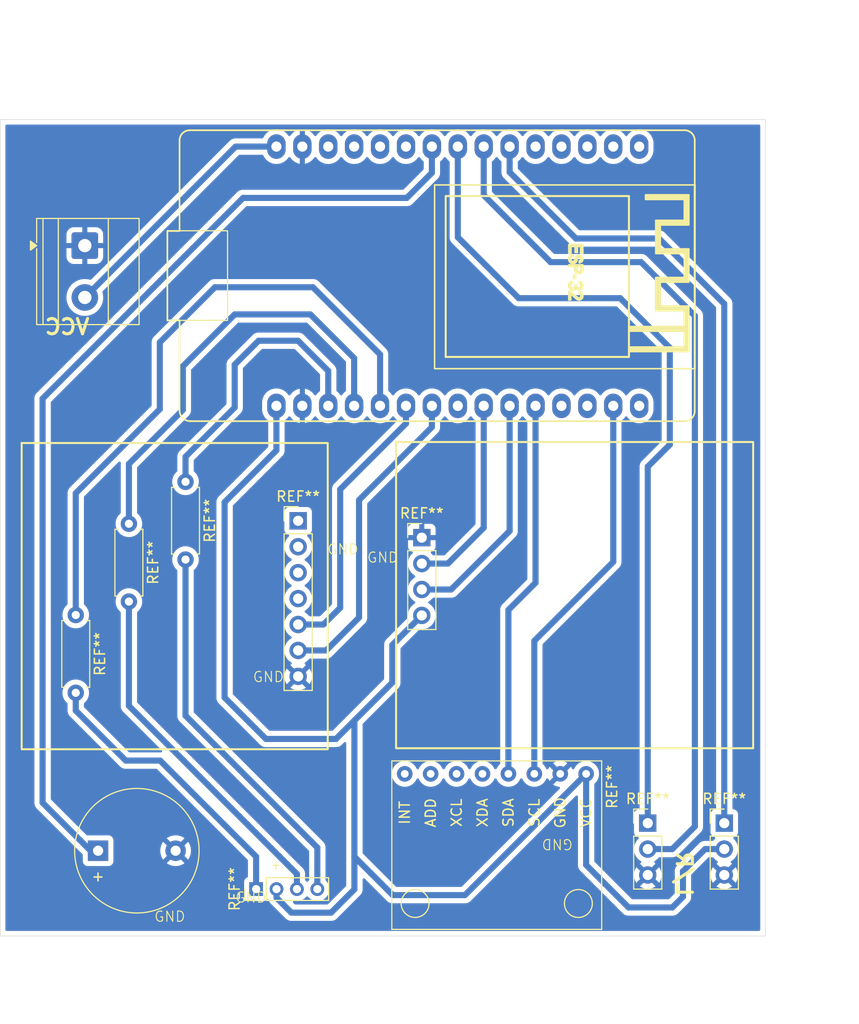
<source format=kicad_pcb>
(kicad_pcb (version 20241229) (generator "pcbnew") (generator_version "9.0")
  (layers (0 "F.Cu" signal) (2 "B.Cu" signal) (13 "F.Paste" user) (15 "B.Paste" user) (5 "F.SilkS" user "F.Silkscreen") (7 "B.SilkS" user "B.Silkscreen") (1 "F.Mask" user) (3 "B.Mask" user) (25 "Edge.Cuts" user))
  (net 0 "")
  (net 1 "GND")
  (net 2 "1")
  (net 3 "2")
  (net 4 "4")
  (net 5 "7")
  (net 6 "9")
  (net 7 "10")
  (net 8 "14")
  (net 9 "15")
  (net 10 "3V3")
  (net 11 "3.5")
  (net 12 "4.5")
  (net 13 "5.5")
  (net 14 "5V")
  (net 15 "RX2")
  (net 16 "TX2")
  (net 17 "19")
  (net 18 "18")
  (net 19 "21")
  (net 20 "22")
  (net 21 "32")
  (net 22 "33")
  (net 23 "25")
  (net 24 "26")
  (footprint "Connector_PinHeader_2.54mm:PinHeader_1x07_P2.54mm_Vertical" (layer "F.Cu") (at 79.3 83.22)
    (property "Reference" "REF**" (at 0 -2.38 0) (layer "F.SilkS"))
    (property "Value" "PinHeader_1x07_P2.54mm_Vertical")
    (fp_line (start -1.38 -1.38) (end 0 -1.38) (stroke (width 0.12)) (layer "F.SilkS"))
    (fp_line (start -1.38 0) (end -1.38 -1.38) (stroke (width 0.12)) (layer "F.SilkS"))
    (fp_line (start -1.38 1.27) (end -1.38 16.62) (stroke (width 0.12)) (layer "F.SilkS"))
    (fp_line (start -1.38 1.27) (end 1.38 1.27) (stroke (width 0.12)) (layer "F.SilkS"))
    (fp_line (start -1.38 16.62) (end 1.38 16.62) (stroke (width 0.12)) (layer "F.SilkS"))
    (fp_line (start 1.38 1.27) (end 1.38 16.62) (stroke (width 0.12)) (layer "F.SilkS"))
    (pad "1" thru_hole rect (at 0 0) (size 1.7 1.7) (drill 1) (layers "*.Cu" "*.Mask"))
    (pad "2" thru_hole circle (at 0 2.54) (size 1.7 1.7) (drill 1) (layers "*.Cu" "*.Mask"))
    (pad "3" thru_hole circle (at 0 5.08) (size 1.7 1.7) (drill 1) (layers "*.Cu" "*.Mask"))
    (pad "4" thru_hole circle (at 0 7.62) (size 1.7 1.7) (drill 1) (layers "*.Cu" "*.Mask") (net 8 "14"))
    (pad "6" thru_hole circle (at 0 12.7) (size 1.7 1.7) (drill 1) (layers "*.Cu" "*.Mask") (net 16 "TX2"))
    (pad "7" thru_hole circle (at 0 15.24) (size 1.7 1.7) (drill 1) (layers "*.Cu" "*.Mask") (net 1 "GND"))
    (pad "RX2" thru_hole circle (at 0 10.16) (size 1.7 1.7) (drill 1) (layers "*.Cu" "*.Mask") (net 15 "RX2"))
  )
  (footprint "SL_Development_Boards:DOIT_ESP32_DEVKIT_30Pins" (layer "F.Cu") (at 77.17 71.96 90)
    (property "Reference" "REF**" (hide yes))
    (property "Value" "DOIT_ESP32_DEVKIT_30Pins" (hide yes))
    (fp_line (start 17.129737 -10.69) (end 8.376405 -10.69) (stroke (width 0.17)) (layer "F.SilkS"))
    (fp_line (start 8.376405 -10.69) (end 8.376405 -9.55) (stroke (width 0.17)) (layer "F.SilkS"))
    (fp_line (start 17.129737 -9.5) (end 17.129737 -10.69) (stroke (width 0.17)) (layer "F.SilkS"))
    (fp_line (start 26.003071 -9.494881) (end 17.153071 -9.494881) (stroke (width 0.17)) (layer "F.SilkS"))
    (fp_line (start -0.496929 -9.494881) (end 8.376405 -9.494881) (stroke (width 0.17)) (layer "F.SilkS"))
    (fp_line (start 27.003071 -8.494881) (end 27.003071 40.005119) (stroke (width 0.17)) (layer "F.SilkS"))
    (fp_line (start -1.496929 -8.494881) (end -1.496929 40.005119) (stroke (width 0.17)) (layer "F.SilkS"))
    (fp_line (start 11.864231 28.682519) (end 11.952901 28.710819) (stroke (width 0.2)) (layer "F.SilkS"))
    (fp_line (start 11.686901 28.682519) (end 11.864231 28.682519) (stroke (width 0.2)) (layer "F.SilkS"))
    (fp_line (start 11.199231 28.682519) (end 11.199231 28.824019) (stroke (width 0.2)) (layer "F.SilkS"))
    (fp_line (start 10.401231 28.682519) (end 11.199231 28.682519) (stroke (width 0.2)) (layer "F.SilkS"))
    (fp_line (start 15.770071 28.682569) (end 15.770071 30.012569) (stroke (width 0.2)) (layer "F.SilkS"))
    (fp_line (start 14.972071 28.682569) (end 15.770071 28.682569) (stroke (width 0.2)) (layer "F.SilkS"))
    (fp_line (start 14.484401 28.682569) (end 14.595231 28.710869) (stroke (width 0.2)) (layer "F.SilkS"))
    (fp_line (start 14.307071 28.682569) (end 14.484401 28.682569) (stroke (width 0.2)) (layer "F.SilkS"))
    (fp_line (start 13.797231 28.682569) (end 13.797231 30.012569) (stroke (width 0.2)) (layer "F.SilkS"))
    (fp_line (start 13.664231 28.682569) (end 13.797231 28.682569) (stroke (width 0.2)) (layer "F.SilkS"))
    (fp_line (start 11.952901 28.710819) (end 12.041571 28.767419) (stroke (width 0.2)) (layer "F.SilkS"))
    (fp_line (start 11.598231 28.710819) (end 11.686901 28.682519) (stroke (width 0.2)) (layer "F.SilkS"))
    (fp_line (start 14.595231 28.710869) (end 14.706071 28.795769) (stroke (width 0.2)) (layer "F.SilkS"))
    (fp_line (start 14.196231 28.710869) (end 14.307071 28.682569) (stroke (width 0.2)) (layer "F.SilkS"))
    (fp_line (start 12.041571 28.767419) (end 12.108071 28.824019) (stroke (width 0.2)) (layer "F.SilkS"))
    (fp_line (start 11.509571 28.767419) (end 11.598231 28.710819) (stroke (width 0.2)) (layer "F.SilkS"))
    (fp_line (start 14.107571 28.767469) (end 14.196231 28.710869) (stroke (width 0.2)) (layer "F.SilkS"))
    (fp_line (start 14.706071 28.795769) (end 14.772571 28.937269) (stroke (width 0.2)) (layer "F.SilkS"))
    (fp_line (start 12.108071 28.824019) (end 12.152401 28.908919) (stroke (width 0.2)) (layer "F.SilkS"))
    (fp_line (start 11.842071 28.824019) (end 11.709071 28.824019) (stroke (width 0.2)) (layer "F.SilkS"))
    (fp_line (start 11.709071 28.824019) (end 11.598231 28.852319) (stroke (width 0.2)) (layer "F.SilkS"))
    (fp_line (start 11.443071 28.824019) (end 11.509571 28.767419) (stroke (width 0.2)) (layer "F.SilkS"))
    (fp_line (start 11.199231 28.824019) (end 10.578571 29.531419) (stroke (width 0.2)) (layer "F.SilkS"))
    (fp_line (start 11.021901 28.824019) (end 10.401231 28.824019) (stroke (width 0.2)) (layer "F.SilkS"))
    (fp_line (start 10.401231 28.824019) (end 10.401231 28.682519) (stroke (width 0.2)) (layer "F.SilkS"))
    (fp_line (start 11.952901 28.852319) (end 11.842071 28.824019) (stroke (width 0.2)) (layer "F.SilkS"))
    (fp_line (start 11.598231 28.852319) (end 11.553901 28.880619) (stroke (width 0.2)) (layer "F.SilkS"))
    (fp_line (start 15.637071 28.852369) (end 14.972071 28.852369) (stroke (width 0.2)) (layer "F.SilkS"))
    (fp_line (start 14.972071 28.852369) (end 14.972071 28.682569) (stroke (width 0.2)) (layer "F.SilkS"))
    (fp_line (start 14.484401 28.852369) (end 14.307071 28.852369) (stroke (width 0.2)) (layer "F.SilkS"))
    (fp_line (start 14.307071 28.852369) (end 14.218401 28.880669) (stroke (width 0.2)) (layer "F.SilkS"))
    (fp_line (start 11.997231 28.880619) (end 11.952901 28.852319) (stroke (width 0.2)) (layer "F.SilkS"))
    (fp_line (start 11.553901 28.880619) (end 11.509571 28.937219) (stroke (width 0.2)) (layer "F.SilkS"))
    (fp_line (start 14.573071 28.880669) (end 14.484401 28.852369) (stroke (width 0.2)) (layer "F.SilkS"))
    (fp_line (start 14.218401 28.880669) (end 14.151901 28.937269) (stroke (width 0.2)) (layer "F.SilkS"))
    (fp_line (start 14.018901 28.880669) (end 14.107571 28.767469) (stroke (width 0.2)) (layer "F.SilkS"))
    (fp_line (start 12.152401 28.908919) (end 12.174571 28.993819) (stroke (width 0.2)) (layer "F.SilkS"))
    (fp_line (start 11.398731 28.908919) (end 11.443071 28.824019) (stroke (width 0.2)) (layer "F.SilkS"))
    (fp_line (start 12.041571 28.937219) (end 11.997231 28.880619) (stroke (width 0.2)) (layer "F.SilkS"))
    (fp_line (start 11.509571 28.937219) (end 11.487401 28.993819) (stroke (width 0.2)) (layer "F.SilkS"))
    (fp_line (start 14.772571 28.937269) (end 14.794731 29.050469) (stroke (width 0.2)) (layer "F.SilkS"))
    (fp_line (start 14.151901 28.937269) (end 14.107571 29.022169) (stroke (width 0.2)) (layer "F.SilkS"))
    (fp_line (start 14.639571 28.965569) (end 14.573071 28.880669) (stroke (width 0.2)) (layer "F.SilkS"))
    (fp_line (start 12.174571 28.993819) (end 12.063731 28.993819) (stroke (width 0.2)) (layer "F.SilkS"))
    (fp_line (start 12.063731 28.993819) (end 12.041571 28.937219) (stroke (width 0.2)) (layer "F.SilkS"))
    (fp_line (start 11.487401 28.993819) (end 11.487401 29.107019) (stroke (width 0.2)) (layer "F.SilkS"))
    (fp_line (start 11.376571 28.993819) (end 11.398731 28.908919) (stroke (width 0.2)) (layer "F.SilkS"))
    (fp_line (start 13.974571 28.993869) (end 14.018901 28.880669) (stroke (width 0.2)) (layer "F.SilkS"))
    (fp_line (start 14.107571 29.022169) (end 14.107571 29.107069) (stroke (width 0.2)) (layer "F.SilkS"))
    (fp_line (start 14.794731 29.050469) (end 14.661731 29.050469) (stroke (width 0.2)) (layer "F.SilkS"))
    (fp_line (start 14.661731 29.050469) (end 14.639571 28.965569) (stroke (width 0.2)) (layer "F.SilkS"))
    (fp_line (start 11.487401 29.107019) (end 11.531731 29.220219) (stroke (width 0.2)) (layer "F.SilkS"))
    (fp_line (start 11.376571 29.107019) (end 11.376571 28.993819) (stroke (width 0.2)) (layer "F.SilkS"))
    (fp_line (start 14.107571 29.107069) (end 14.151901 29.191969) (stroke (width 0.2)) (layer "F.SilkS"))
    (fp_line (start 13.974571 29.135369) (end 13.974571 28.993869) (stroke (width 0.2)) (layer "F.SilkS"))
    (fp_line (start 12.798236 29.163619) (end 12.798236 29.305119) (stroke (width 0.2)) (layer "F.SilkS"))
    (fp_line (start 12.487906 29.163619) (end 12.798236 29.163619) (stroke (width 0.2)) (layer "F.SilkS"))
    (fp_line (start 14.151901 29.191969) (end 14.218401 29.248569) (stroke (width 0.2)) (layer "F.SilkS"))
    (fp_line (start 11.531731 29.220219) (end 11.598231 29.276819) (stroke (width 0.2)) (layer "F.SilkS"))
    (fp_line (start 11.398731 29.220219) (end 11.376571 29.107019) (stroke (width 0.2)) (layer "F.SilkS"))
    (fp_line (start 14.218401 29.248569) (end 14.307071 29.276869) (stroke (width 0.2)) (layer "F.SilkS"))
    (fp_line (start 14.018901 29.248569) (end 13.974571 29.135369) (stroke (width 0.2)) (layer "F.SilkS"))
    (fp_line (start 11.598231 29.276819) (end 11.731231 29.305119) (stroke (width 0.2)) (layer "F.SilkS"))
    (fp_line (start 14.440071 29.276869) (end 14.528731 29.305169) (stroke (width 0.2)) (layer "F.SilkS"))
    (fp_line (start 14.307071 29.276869) (end 14.440071 29.276869) (stroke (width 0.2)) (layer "F.SilkS"))
    (fp_line (start 13.664231 29.276869) (end 13.664231 28.682569) (stroke (width 0.2)) (layer "F.SilkS"))
    (fp_line (start 13.265231 29.276869) (end 13.664231 29.276869) (stroke (width 0.2)) (layer "F.SilkS"))
    (fp_line (start 12.798236 29.305119) (end 12.487906 29.305119) (stroke (width 0.2)) (layer "F.SilkS"))
    (fp_line (start 12.487906 29.305119) (end 12.487906 29.163619) (stroke (width 0.2)) (layer "F.SilkS"))
    (fp_line (start 11.819901 29.305119) (end 11.819901 29.418219) (stroke (width 0.2)) (layer "F.SilkS"))
    (fp_line (start 11.731231 29.305119) (end 11.819901 29.305119) (stroke (width 0.2)) (layer "F.SilkS"))
    (fp_line (start 11.443071 29.305119) (end 11.398731 29.220219) (stroke (width 0.2)) (layer "F.SilkS"))
    (fp_line (start 15.637071 29.305169) (end 15.637071 28.852369) (stroke (width 0.2)) (layer "F.SilkS"))
    (fp_line (start 15.060731 29.305169) (end 15.637071 29.305169) (stroke (width 0.2)) (layer "F.SilkS"))
    (fp_line (start 14.528731 29.305169) (end 14.617401 29.361669) (stroke (width 0.2)) (layer "F.SilkS"))
    (fp_line (start 13.154401 29.305169) (end 13.265231 29.276869) (stroke (width 0.2)) (layer "F.SilkS"))
    (fp_line (start 11.553901 29.361619) (end 11.443071 29.305119) (stroke (width 0.2)) (layer "F.SilkS"))
    (fp_line (start 14.617401 29.361669) (end 14.706071 29.474869) (stroke (width 0.2)) (layer "F.SilkS"))
    (fp_line (start 14.107571 29.361669) (end 14.018901 29.248569) (stroke (width 0.2)) (layer "F.SilkS"))
    (fp_line (start 13.065731 29.389969) (end 13.154401 29.305169) (stroke (width 0.2)) (layer "F.SilkS"))
    (fp_line (start 11.819901 29.418219) (end 11.731231 29.418219) (stroke (width 0.2)) (layer "F.SilkS"))
    (fp_line (start 11.731231 29.418219) (end 11.598231 29.474819) (stroke (width 0.2)) (layer "F.SilkS"))
    (fp_line (start 14.196231 29.418269) (end 14.107571 29.361669) (stroke (width 0.2)) (layer "F.SilkS"))
    (fp_line (start 11.465231 29.446519) (end 11.553901 29.361619) (stroke (width 0.2)) (layer "F.SilkS"))
    (fp_line (start 10.467731 29.446519) (end 11.021901 28.824019) (stroke (width 0.2)) (layer "F.SilkS"))
    (fp_line (start 14.440071 29.446569) (end 14.307071 29.446569) (stroke (width 0.2)) (layer "F.SilkS"))
    (fp_line (start 14.307071 29.446569) (end 14.196231 29.418269) (stroke (width 0.2)) (layer "F.SilkS"))
    (fp_line (start 13.664231 29.446569) (end 13.243071 29.446569) (stroke (width 0.2)) (layer "F.SilkS"))
    (fp_line (start 13.243071 29.446569) (end 13.176571 29.474869) (stroke (width 0.2)) (layer "F.SilkS"))
    (fp_line (start 11.598231 29.474819) (end 11.553901 29.531419) (stroke (width 0.2)) (layer "F.SilkS"))
    (fp_line (start 15.637071 29.474869) (end 15.060731 29.474869) (stroke (width 0.2)) (layer "F.SilkS"))
    (fp_line (start 15.060731 29.474869) (end 15.060731 29.305169) (stroke (width 0.2)) (layer "F.SilkS"))
    (fp_line (start 14.706071 29.474869) (end 14.728231 29.588069) (stroke (width 0.2)) (layer "F.SilkS"))
    (fp_line (start 14.506571 29.474869) (end 14.440071 29.446569) (stroke (width 0.2)) (layer "F.SilkS"))
    (fp_line (start 13.176571 29.474869) (end 13.132231 29.531469) (stroke (width 0.2)) (layer "F.SilkS"))
    (fp_line (start 12.999231 29.503169) (end 13.065731 29.389969) (stroke (width 0.2)) (layer "F.SilkS"))
    (fp_line (start 11.553901 29.531419) (end 11.509571 29.644619) (stroke (width 0.2)) (layer "F.SilkS"))
    (fp_line (start 11.420901 29.531419) (end 11.465231 29.446519) (stroke (width 0.2)) (layer "F.SilkS"))
    (fp_line (start 10.578571 29.531419) (end 10.534231 29.644619) (stroke (width 0.2)) (layer "F.SilkS"))
    (fp_line (start 10.423401 29.531419) (end 10.467731 29.446519) (stroke (width 0.2)) (layer "F.SilkS"))
    (fp_line (start 14.573071 29.531469) (end 14.506571 29.474869) (stroke (width 0.2)) (layer "F.SilkS"))
    (fp_line (start 13.132231 29.531469) (end 13.110071 29.616369) (stroke (width 0.2)) (layer "F.SilkS"))
    (fp_line (start 14.728231 29.588069) (end 14.728231 29.701269) (stroke (width 0.2)) (layer "F.SilkS"))
    (fp_line (start 12.977071 29.588069) (end 12.999231 29.503169) (stroke (width 0.2)) (layer "F.SilkS"))
    (fp_line (start 14.595231 29.616369) (end 14.573071 29.531469) (stroke (width 0.2)) (layer "F.SilkS"))
    (fp_line (start 13.110071 29.616369) (end 13.110071 29.701269) (stroke (width 0.2)) (layer "F.SilkS"))
    (fp_line (start 11.509571 29.644619) (end 11.509571 29.701219) (stroke (width 0.2)) (layer "F.SilkS"))
    (fp_line (start 11.398731 29.644619) (end 11.420901 29.531419) (stroke (width 0.2)) (layer "F.SilkS"))
    (fp_line (start 10.534231 29.644619) (end 10.534231 29.701219) (stroke (width 0.2)) (layer "F.SilkS"))
    (fp_line (start 10.401231 29.644619) (end 10.423401 29.531419) (stroke (width 0.2)) (layer "F.SilkS"))
    (fp_line (start 14.595231 29.672969) (end 14.595231 29.616369) (stroke (width 0.2)) (layer "F.SilkS"))
    (fp_line (start 12.152401 29.701219) (end 12.130231 29.814419) (stroke (width 0.2)) (layer "F.SilkS"))
    (fp_line (start 12.041571 29.701219) (end 12.152401 29.701219) (stroke (width 0.2)) (layer "F.SilkS"))
    (fp_line (start 11.509571 29.701219) (end 11.553901 29.786119) (stroke (width 0.2)) (layer "F.SilkS"))
    (fp_line (start 11.398731 29.701219) (end 11.398731 29.644619) (stroke (width 0.2)) (layer "F.SilkS"))
    (fp_line (start 11.177071 29.701219) (end 11.154901 29.814419) (stroke (width 0.2)) (layer "F.SilkS"))
    (fp_line (start 11.066231 29.701219) (end 11.177071 29.701219) (stroke (width 0.2)) (layer "F.SilkS"))
    (fp_line (start 10.534231 29.701219) (end 10.578571 29.786119) (stroke (width 0.2)) (layer "F.SilkS"))
    (fp_line (start 10.401231 29.701219) (end 10.401231 29.644619) (stroke (width 0.2)) (layer "F.SilkS"))
    (fp_line (start 14.728231 29.701269) (end 14.706071 29.814469) (stroke (width 0.2)) (layer "F.SilkS"))
    (fp_line (start 14.174071 29.701269) (end 14.196231 29.757869) (stroke (width 0.2)) (layer "F.SilkS"))
    (fp_line (start 14.041071 29.701269) (end 14.174071 29.701269) (stroke (width 0.2)) (layer "F.SilkS"))
    (fp_line (start 13.110071 29.701269) (end 13.132231 29.786169) (stroke (width 0.2)) (layer "F.SilkS"))
    (fp_line (start 12.977071 29.701269) (end 12.977071 29.588069) (stroke (width 0.2)) (layer "F.SilkS"))
    (fp_line (start 14.573071 29.757869) (end 14.595231 29.672969) (stroke (width 0.2)) (layer "F.SilkS"))
    (fp_line (start 14.196231 29.757869) (end 14.240571 29.814469) (stroke (width 0.2)) (layer "F.SilkS"))
    (fp_line (start 11.997231 29.786119) (end 12.041571 29.701219) (stroke (width 0.2)) (layer "F.SilkS"))
    (fp_line (start 11.553901 29.786119) (end 11.620401 29.842719) (stroke (width 0.2)) (layer "F.SilkS"))
    (fp_line (start 11.021901 29.786119) (end 11.066231 29.701219) (stroke (width 0.2)) (layer "F.SilkS"))
    (fp_line (start 10.578571 29.786119) (end 10.645071 29.842719) (stroke (width 0.2)) (layer "F.SilkS"))
    (fp_line (start 14.063231 29.786169) (end 14.041071 29.701269) (stroke (width 0.2)) (layer "F.SilkS"))
    (fp_line (start 13.132231 29.786169) (end 13.176571 29.842769) (stroke (width 0.2)) (layer "F.SilkS"))
    (fp_line (start 12.999231 29.786169) (end 12.977071 29.701269) (stroke (width 0.2)) (layer "F.SilkS"))
    (fp_line (start 12.130231 29.814419) (end 12.041571 29.927619) (stroke (width 0.2)) (layer "F.SilkS"))
    (fp_line (start 11.420901 29.814419) (end 11.398731 29.701219) (stroke (width 0.2)) (layer "F.SilkS"))
    (fp_line (start 11.154901 29.814419) (end 11.066231 29.927619) (stroke (width 0.2)) (layer "F.SilkS"))
    (fp_line (start 10.423401 29.814419) (end 10.401231 29.701219) (stroke (width 0.2)) (layer "F.SilkS"))
    (fp_line (start 14.706071 29.814469) (end 14.617401 29.927669) (stroke (width 0.2)) (layer "F.SilkS"))
    (fp_line (start 14.506571 29.814469) (end 14.573071 29.757869) (stroke (width 0.2)) (layer "F.SilkS"))
    (fp_line (start 14.240571 29.814469) (end 14.307071 29.842769) (stroke (width 0.2)) (layer "F.SilkS"))
    (fp_line (start 11.930731 29.842719) (end 11.997231 29.786119) (stroke (width 0.2)) (layer "F.SilkS"))
    (fp_line (start 11.620401 29.842719) (end 11.731231 29.871019) (stroke (width 0.2)) (layer "F.SilkS"))
    (fp_line (start 10.955401 29.842719) (end 11.021901 29.786119) (stroke (width 0.2)) (layer "F.SilkS"))
    (fp_line (start 10.645071 29.842719) (end 10.755901 29.871019) (stroke (width 0.2)) (layer "F.SilkS"))
    (fp_line (start 15.637071 29.842769) (end 15.637071 29.474869) (stroke (width 0.2)) (layer "F.SilkS"))
    (fp_line (start 14.972071 29.842769) (end 15.637071 29.842769) (stroke (width 0.2)) (layer "F.SilkS"))
    (fp_line (start 14.440071 29.842769) (end 14.506571 29.814469) (stroke (width 0.2)) (layer "F.SilkS"))
    (fp_line (start 14.307071 29.842769) (end 14.440071 29.842769) (stroke (width 0.2)) (layer "F.SilkS"))
    (fp_line (start 13.176571 29.842769) (end 13.243071 29.871069) (stroke (width 0.2)) (layer "F.SilkS"))
    (fp_line (start 11.819901 29.871019) (end 11.930731 29.842719) (stroke (width 0.2)) (layer "F.SilkS"))
    (fp_line (start 11.731231 29.871019) (end 11.819901 29.871019) (stroke (width 0.2)) (layer "F.SilkS"))
    (fp_line (start 10.844571 29.871019) (end 10.955401 29.842719) (stroke (width 0.2)) (layer "F.SilkS"))
    (fp_line (start 10.755901 29.871019) (end 10.844571 29.871019) (stroke (width 0.2)) (layer "F.SilkS"))
    (fp_line (start 13.664231 29.871069) (end 13.664231 29.446569) (stroke (width 0.2)) (layer "F.SilkS"))
    (fp_line (start 13.243071 29.871069) (end 13.664231 29.871069) (stroke (width 0.2)) (layer "F.SilkS"))
    (fp_line (start 14.129731 29.899369) (end 14.063231 29.786169) (stroke (width 0.2)) (layer "F.SilkS"))
    (fp_line (start 13.065731 29.899369) (end 12.999231 29.786169) (stroke (width 0.2)) (layer "F.SilkS"))
    (fp_line (start 12.041571 29.927619) (end 11.952901 29.984219) (stroke (width 0.2)) (layer "F.SilkS"))
    (fp_line (start 11.509571 29.927619) (end 11.420901 29.814419) (stroke (width 0.2)) (layer "F.SilkS"))
    (fp_line (start 11.066231 29.927619) (end 10.977571 29.984219) (stroke (width 0.2)) (layer "F.SilkS"))
    (fp_line (start 10.512071 29.927619) (end 10.423401 29.814419) (stroke (width 0.2)) (layer "F.SilkS"))
    (fp_line (start 14.617401 29.927669) (end 14.528731 29.984269) (stroke (width 0.2)) (layer "F.SilkS"))
    (fp_line (start 11.952901 29.984219) (end 11.797731 30.012519) (stroke (width 0.2)) (layer "F.SilkS"))
    (fp_line (start 11.598231 29.984219) (end 11.509571 29.927619) (stroke (width 0.2)) (layer "F.SilkS"))
    (fp_line (start 10.977571 29.984219) (end 10.822401 30.012519) (stroke (width 0.2)) (layer "F.SilkS"))
    (fp_line (start 10.600731 29.984219) (end 10.512071 29.927619) (stroke (width 0.2)) (layer "F.SilkS"))
    (fp_line (start 14.528731 29.984269) (end 14.440071 30.012569) (stroke (width 0.2)) (layer "F.SilkS"))
    (fp_line (start 14.218401 29.984269) (end 14.129731 29.899369) (stroke (width 0.2)) (layer "F.SilkS"))
    (fp_line (start 13.154401 29.984269) (end 13.065731 29.899369) (stroke (width 0.2)) (layer "F.SilkS"))
    (fp_line (start 11.797731 30.012519) (end 11.753401 30.012519) (stroke (width 0.2)) (layer "F.SilkS"))
    (fp_line (start 11.753401 30.012519) (end 11.598231 29.984219) (stroke (width 0.2)) (layer "F.SilkS"))
    (fp_line (start 10.822401 30.012519) (end 10.733731 30.012519) (stroke (width 0.2)) (layer "F.SilkS"))
    (fp_line (start 10.733731 30.012519) (end 10.600731 29.984219) (stroke (width 0.2)) (layer "F.SilkS"))
    (fp_line (start 15.770071 30.012569) (end 14.972071 30.012569) (stroke (width 0.2)) (layer "F.SilkS"))
    (fp_line (start 14.972071 30.012569) (end 14.972071 29.842769) (stroke (width 0.2)) (layer "F.SilkS"))
    (fp_line (start 14.440071 30.012569) (end 14.329231 30.012569) (stroke (width 0.2)) (layer "F.SilkS"))
    (fp_line (start 14.329231 30.012569) (end 14.218401 29.984269) (stroke (width 0.2)) (layer "F.SilkS"))
    (fp_line (start 13.797231 30.012569) (end 13.265231 30.012569) (stroke (width 0.2)) (layer "F.SilkS"))
    (fp_line (start 13.265231 30.012569) (end 13.154401 29.984269) (stroke (width 0.2)) (layer "F.SilkS"))
    (fp_line (start 7.743071 34.555119) (end 7.743071 40.005119) (stroke (width 0.2)) (layer "F.SilkS"))
    (fp_line (start 7.343071 34.555119) (end 7.343071 40.005119) (stroke (width 0.2)) (layer "F.SilkS"))
    (fp_line (start 5.543071 34.705119) (end 5.543071 40.305119) (stroke (width 0.4)) (layer "F.SilkS"))
    (fp_line (start 20.643071 36.205119) (end 20.643071 40.405119) (stroke (width 0.2)) (layer "F.SilkS"))
    (fp_line (start 20.643071 36.205119) (end 20.643071 40.405119) (stroke (width 0.2)) (layer "F.SilkS"))
    (fp_line (start 20.243071 36.205119) (end 20.643071 36.205119) (stroke (width 0.2)) (layer "F.SilkS"))
    (fp_line (start 18.143071 37.205119) (end 18.143071 40.005119) (stroke (width 0.2)) (layer "F.SilkS"))
    (fp_line (start 18.143071 37.205119) (end 18.143071 40.005119) (stroke (width 0.2)) (layer "F.SilkS"))
    (fp_line (start 14.943071 37.205119) (end 18.143071 37.205119) (stroke (width 0.2)) (layer "F.SilkS"))
    (fp_line (start 12.543071 37.205119) (end 12.543071 40.005119) (stroke (width 0.2)) (layer "F.SilkS"))
    (fp_line (start 12.543071 37.205119) (end 12.543071 40.005119) (stroke (width 0.2)) (layer "F.SilkS"))
    (fp_line (start 9.343071 37.205119) (end 12.543071 37.205119) (stroke (width 0.2)) (layer "F.SilkS"))
    (fp_line (start 12.293071 37.405119) (end 12.393071 37.505119) (stroke (width 0.12)) (layer "F.SilkS"))
    (fp_line (start 9.543071 37.405119) (end 12.293071 37.405119) (stroke (width 0.4)) (layer "F.SilkS"))
    (fp_line (start 17.893071 37.455119) (end 17.893071 40.205119) (stroke (width 0.4)) (layer "F.SilkS"))
    (fp_line (start 15.093071 37.455119) (end 17.893071 37.455119) (stroke (width 0.4)) (layer "F.SilkS"))
    (fp_line (start 12.393071 37.505119) (end 12.393071 40.205119) (stroke (width 0.4)) (layer "F.SilkS"))
    (fp_line (start 17.743071 37.605119) (end 15.343071 37.605119) (stroke (width 0.2)) (layer "F.SilkS"))
    (fp_line (start 15.343071 37.605119) (end 15.343071 40.405119) (stroke (width 0.2)) (layer "F.SilkS"))
    (fp_line (start 15.343071 37.605119) (end 15.343071 40.405119) (stroke (width 0.2)) (layer "F.SilkS"))
    (fp_line (start 12.143071 37.605119) (end 9.743071 37.605119) (stroke (width 0.2)) (layer "F.SilkS"))
    (fp_line (start 9.743071 37.605119) (end 9.743071 40.405119) (stroke (width 0.2)) (layer "F.SilkS"))
    (fp_line (start 9.743071 37.605119) (end 9.743071 40.405119) (stroke (width 0.2)) (layer "F.SilkS"))
    (fp_line (start 20.243071 40.005119) (end 20.243071 36.205119) (stroke (width 0.2)) (layer "F.SilkS"))
    (fp_line (start 18.143071 40.005119) (end 20.243071 40.005119) (stroke (width 0.2)) (layer "F.SilkS"))
    (fp_line (start 14.943071 40.005119) (end 14.943071 37.205119) (stroke (width 0.2)) (layer "F.SilkS"))
    (fp_line (start 12.543071 40.005119) (end 14.943071 40.005119) (stroke (width 0.2)) (layer "F.SilkS"))
    (fp_line (start 9.343071 40.005119) (end 9.343071 37.205119) (stroke (width 0.2)) (layer "F.SilkS"))
    (fp_line (start 7.743071 40.005119) (end 9.343071 40.005119) (stroke (width 0.2)) (layer "F.SilkS"))
    (fp_line (start 7.343071 40.005119) (end 5.743071 40.005119) (stroke (width 0.2)) (layer "F.SilkS"))
    (fp_line (start 5.743071 40.005119) (end 5.743071 34.605119) (stroke (width 0.2)) (layer "F.SilkS"))
    (fp_line (start 5.743071 40.005119) (end 5.743071 34.605119) (stroke (width 0.2)) (layer "F.SilkS"))
    (fp_line (start 20.443071 40.205119) (end 20.443071 36.305119) (stroke (width 0.4)) (layer "F.SilkS"))
    (fp_line (start 17.893071 40.205119) (end 20.443071 40.205119) (stroke (width 0.4)) (layer "F.SilkS"))
    (fp_line (start 15.093071 40.205119) (end 15.093071 37.455119) (stroke (width 0.4)) (layer "F.SilkS"))
    (fp_line (start 12.393071 40.205119) (end 15.093071 40.205119) (stroke (width 0.4)) (layer "F.SilkS"))
    (fp_line (start 9.543071 40.205119) (end 9.543071 37.405119) (stroke (width 0.4)) (layer "F.SilkS"))
    (fp_line (start 7.493071 40.205119) (end 9.543071 40.205119) (stroke (width 0.4)) (layer "F.SilkS"))
    (fp_line (start 5.543071 40.205119) (end 7.493071 40.205119) (stroke (width 0.4)) (layer "F.SilkS"))
    (fp_line (start 7.543071 40.255119) (end 7.543071 34.705119) (stroke (width 0.5)) (layer "F.SilkS"))
    (fp_line (start 20.643071 40.405119) (end 17.743071 40.405119) (stroke (width 0.2)) (layer "F.SilkS"))
    (fp_line (start 17.743071 40.405119) (end 17.743071 37.605119) (stroke (width 0.2)) (layer "F.SilkS"))
    (fp_line (start 15.343071 40.405119) (end 12.143071 40.405119) (stroke (width 0.2)) (layer "F.SilkS"))
    (fp_line (start 12.143071 40.405119) (end 12.143071 37.605119) (stroke (width 0.2)) (layer "F.SilkS"))
    (fp_line (start 9.743071 40.405119) (end 5.343071 40.405119) (stroke (width 0.2)) (layer "F.SilkS"))
    (fp_line (start 5.343071 40.405119) (end 5.343071 34.555119) (stroke (width 0.2)) (layer "F.SilkS"))
    (fp_line (start 26.003071 41.005119) (end -0.496929 41.005119) (stroke (width 0.17)) (layer "F.SilkS"))
    (fp_line (start 21.643071 41.005119) (end 3.643071 41.005119) (stroke (width 0.2)) (layer "F.SilkS"))
    (fp_rect (start 8.376405 -10.69) (end 17.153071 -4.79) (stroke (width 0.12)) (fill no) (layer "F.SilkS"))
    (fp_rect (start 21.643071 15.505119) (end 3.643071 41.005119) (stroke (width 0.15)) (fill no) (layer "F.SilkS"))
    (fp_rect (start 4.793071 16.592987) (end 20.555201 34.555119) (stroke (width 0.2)) (fill no) (layer "F.SilkS"))
    (fp_arc (start 26.003071 -9.494881) (mid 26.710259 -9.202075) (end 27.003071 -8.494881) (stroke (width 0.17)) (layer "F.SilkS"))
    (fp_arc (start -1.49694 -8.44) (mid -1.207297 -9.166861) (end -0.496929 -9.494881) (stroke (width 0.17)) (layer "F.SilkS"))
    (fp_arc (start 27.003071 40.005119) (mid 26.710266 40.712314) (end 26.003071 41.005119) (stroke (width 0.17)) (layer "F.SilkS"))
    (fp_arc (start -0.496929 41.005119) (mid -1.204125 40.712315) (end -1.496929 40.005119) (stroke (width 0.17)) (layer "F.SilkS"))
    (pad "1" thru_hole oval (at 0 0) (size 1.8 2.4) (drill 1) (layers "*.Cu" "*.Mask") (net 10 "3V3"))
    (pad "2" thru_hole oval (at 0 2.54) (size 1.8 2.4) (drill 1) (layers "*.Cu" "*.Mask") (net 1 "GND"))
    (pad "2" thru_hole oval (at 25.4 17.78) (size 1.8 2.4) (drill 1) (layers "*.Cu" "*.Mask") (net 23 "25"))
    (pad "3" thru_hole oval (at 0 5.08) (size 1.8 2.4) (drill 1) (layers "*.Cu" "*.Mask") (net 9 "15"))
    (pad "4" thru_hole oval (at 0 7.62) (size 1.8 2.4) (drill 1) (layers "*.Cu" "*.Mask") (net 3 "2"))
    (pad "5" thru_hole oval (at 0 10.16) (size 1.8 2.4) (drill 1) (layers "*.Cu" "*.Mask") (net 4 "4"))
    (pad "6" thru_hole oval (at 0 12.7) (size 1.8 2.4) (drill 1) (layers "*.Cu" "*.Mask") (net 15 "RX2"))
    (pad "7" thru_hole oval (at 0 15.24) (size 1.8 2.4) (drill 1) (layers "*.Cu" "*.Mask") (net 16 "TX2"))
    (pad "8" thru_hole oval (at 0 17.78) (size 1.8 2.4) (drill 1) (layers "*.Cu" "*.Mask"))
    (pad "9" thru_hole oval (at 0 20.32) (size 1.8 2.4) (drill 1) (layers "*.Cu" "*.Mask") (net 18 "18"))
    (pad "10" thru_hole oval (at 0 22.86) (size 1.8 2.4) (drill 1) (layers "*.Cu" "*.Mask") (net 17 "19"))
    (pad "11" thru_hole oval (at 0 25.4) (size 1.8 2.4) (drill 1) (layers "*.Cu" "*.Mask") (net 19 "21"))
    (pad "12" thru_hole oval (at 0 27.94) (size 1.8 2.4) (drill 1) (layers "*.Cu" "*.Mask") (net 7 "10"))
    (pad "13" thru_hole oval (at 0 30.48) (size 1.8 2.4) (drill 1) (layers "*.Cu" "*.Mask") (net 6 "9"))
    (pad "14" thru_hole oval (at 0 33.02) (size 1.8 2.4) (drill 1) (layers "*.Cu" "*.Mask") (net 20 "22"))
    (pad "15" thru_hole oval (at 0 35.56) (size 1.8 2.4) (drill 1) (layers "*.Cu" "*.Mask") (net 5 "7"))
    (pad "16" thru_hole oval (at 25.4 35.56) (size 1.8 2.4) (drill 1) (layers "*.Cu" "*.Mask"))
    (pad "17" thru_hole oval (at 25.4 33.02) (size 1.8 2.4) (drill 1) (layers "*.Cu" "*.Mask"))
    (pad "18" thru_hole oval (at 25.4 30.48) (size 1.8 2.4) (drill 1) (layers "*.Cu" "*.Mask"))
    (pad "19" thru_hole oval (at 25.4 27.94) (size 1.8 2.4) (drill 1) (layers "*.Cu" "*.Mask"))
    (pad "20" thru_hole oval (at 25.4 25.4) (size 1.8 2.4) (drill 1) (layers "*.Cu" "*.Mask"))
    (pad "21" thru_hole oval (at 25.4 22.86) (size 1.8 2.4) (drill 1) (layers "*.Cu" "*.Mask") (net 21 "32"))
    (pad "22" thru_hole oval (at 25.4 20.32) (size 1.8 2.4) (drill 1) (layers "*.Cu" "*.Mask") (net 22 "33"))
    (pad "24" thru_hole oval (at 25.4 15.24) (size 1.8 2.4) (drill 1) (layers "*.Cu" "*.Mask") (net 24 "26"))
    (pad "25" thru_hole oval (at 25.4 12.7) (size 1.8 2.4) (drill 1) (layers "*.Cu" "*.Mask"))
    (pad "26" thru_hole oval (at 25.4 10.16) (size 1.8 2.4) (drill 1) (layers "*.Cu" "*.Mask"))
    (pad "27" thru_hole oval (at 25.4 7.62) (size 1.8 2.4) (drill 1) (layers "*.Cu" "*.Mask"))
    (pad "28" thru_hole oval (at 25.4 5.08) (size 1.8 2.4) (drill 1) (layers "*.Cu" "*.Mask") (net 2 "1"))
    (pad "29" thru_hole oval (at 25.4 2.54) (size 1.8 2.4) (drill 1) (layers "*.Cu" "*.Mask") (net 1 "GND"))
    (pad "30" thru_hole oval (at 25.4 0) (size 1.8 2.4) (drill 1) (layers "*.Cu" "*.Mask") (net 14 "5V"))
  )
  (footprint "Connector_PinHeader_2.54mm:PinHeader_1x03_P2.54mm_Vertical" (layer "F.Cu") (at 121.07 112.84)
    (property "Reference" "REF**" (at 0 -2.38 0) (layer "F.SilkS"))
    (property "Value" "PinHeader_1x03_P2.54mm_Vertical")
    (fp_line (start -1.38 -1.38) (end 0 -1.38) (stroke (width 0.12)) (layer "F.SilkS"))
    (fp_line (start -1.38 0) (end -1.38 -1.38) (stroke (width 0.12)) (layer "F.SilkS"))
    (fp_line (start -1.38 1.27) (end -1.38 6.46) (stroke (width 0.12)) (layer "F.SilkS"))
    (fp_line (start -1.38 1.27) (end 1.38 1.27) (stroke (width 0.12)) (layer "F.SilkS"))
    (fp_line (start -1.38 6.46) (end 1.38 6.46) (stroke (width 0.12)) (layer "F.SilkS"))
    (fp_line (start 1.38 1.27) (end 1.38 6.46) (stroke (width 0.12)) (layer "F.SilkS"))
    (pad "GND" thru_hole circle (at 0 5.08) (size 1.7 1.7) (drill 1) (layers "*.Cu" "*.Mask") (net 1 "GND"))
    (pad "SD" thru_hole rect (at 0 0) (size 1.7 1.7) (drill 1) (layers "*.Cu" "*.Mask") (net 21 "32"))
    (pad "VCC" thru_hole circle (at 0 2.54) (size 1.7 1.7) (drill 1) (layers "*.Cu" "*.Mask") (net 10 "3V3"))
  )
  (footprint "Connector_PinHeader_2.54mm:PinHeader_1x04_P2.54mm_Vertical" (layer "F.Cu") (at 91.42 84.87)
    (property "Reference" "REF**" (at 0 -2.38 0) (layer "F.SilkS"))
    (property "Value" "PinHeader_1x04_P2.54mm_Vertical")
    (fp_line (start -1.38 -1.38) (end 0 -1.38) (stroke (width 0.12)) (layer "F.SilkS"))
    (fp_line (start -1.38 0) (end -1.38 -1.38) (stroke (width 0.12)) (layer "F.SilkS"))
    (fp_line (start -1.38 1.27) (end -1.38 9) (stroke (width 0.12)) (layer "F.SilkS"))
    (fp_line (start -1.38 1.27) (end 1.38 1.27) (stroke (width 0.12)) (layer "F.SilkS"))
    (fp_line (start -1.38 9) (end 1.38 9) (stroke (width 0.12)) (layer "F.SilkS"))
    (fp_line (start 1.38 1.27) (end 1.38 9) (stroke (width 0.12)) (layer "F.SilkS"))
    (pad "1" thru_hole rect (at 0 0) (size 1.7 1.7) (drill 1) (layers "*.Cu" "*.Mask") (net 1 "GND"))
    (pad "2" thru_hole circle (at 0 2.54) (size 1.7 1.7) (drill 1) (layers "*.Cu" "*.Mask") (net 18 "18"))
    (pad "3" thru_hole circle (at 0 5.08) (size 1.7 1.7) (drill 1) (layers "*.Cu" "*.Mask") (net 17 "19"))
    (pad "4" thru_hole circle (at 0 7.62) (size 1.7 1.7) (drill 1) (layers "*.Cu" "*.Mask") (net 10 "3V3"))
  )
  (footprint "Resistor_THT:R_Axial_DIN0207_L6.3mm_D2.5mm_P7.62mm_Horizontal" (layer "F.Cu") (at 68.26 79.4 -90)
    (property "Reference" "REF**" (at 3.81 -2.37 90) (layer "F.SilkS"))
    (property "Value" "R_Axial_DIN0207_L6.3mm_D2.5mm_P7.62mm_Horizontal")
    (fp_line (start 0.54 1.37) (end 7.08 1.37) (stroke (width 0.12)) (layer "F.SilkS"))
    (fp_line (start 7.08 1.37) (end 7.08 1.04) (stroke (width 0.12)) (layer "F.SilkS"))
    (fp_line (start 0.54 1.04) (end 0.54 1.37) (stroke (width 0.12)) (layer "F.SilkS"))
    (fp_line (start 0.54 -1.04) (end 0.54 -1.37) (stroke (width 0.12)) (layer "F.SilkS"))
    (fp_line (start 0.54 -1.37) (end 7.08 -1.37) (stroke (width 0.12)) (layer "F.SilkS"))
    (fp_line (start 7.08 -1.37) (end 7.08 -1.04) (stroke (width 0.12)) (layer "F.SilkS"))
    (pad "1" thru_hole circle (at 0 0 270) (size 1.6 1.6) (drill 0.8) (layers "*.Cu" "*.Mask") (net 9 "15"))
    (pad "2" thru_hole circle (at 7.62 0 270) (size 1.6 1.6) (drill 0.8) (layers "*.Cu" "*.Mask") (net 13 "5.5"))
  )
  (footprint "TerminalBlock_Phoenix:TerminalBlock_Phoenix_MKDS-1,5-2-5.08_1x02_P5.08mm_Horizontal" (layer "F.Cu") (at 58.39 56.26 -90)
    (property "Reference" "REF**" (hide yes))
    (property "Value" "TerminalBlock_Phoenix_MKDS-1,5-2-5.08_1x02_P5.08mm_Horizontal")
    (fp_line (start -2.66 4.72) (end -0.3 4.72) (stroke (width 0.12)) (layer "F.SilkS"))
    (fp_line (start 0.3 4.72) (end 7.74 4.72) (stroke (width 0.12)) (layer "F.SilkS"))
    (fp_line (start -2.66 4.1) (end 7.74 4.1) (stroke (width 0.12)) (layer "F.SilkS"))
    (fp_line (start -2.66 2.6) (end 7.74 2.6) (stroke (width 0.12)) (layer "F.SilkS"))
    (fp_line (start -2.66 -2.3) (end 7.74 -2.3) (stroke (width 0.12)) (layer "F.SilkS"))
    (fp_line (start -2.66 -5.32) (end -2.66 4.72) (stroke (width 0.12)) (layer "F.SilkS"))
    (fp_line (start -2.66 -5.32) (end 7.74 -5.32) (stroke (width 0.12)) (layer "F.SilkS"))
    (fp_line (start 7.74 -5.32) (end 7.74 4.72) (stroke (width 0.12)) (layer "F.SilkS"))
    (fp_poly (pts (xy 0 4.72) (xy 0.44 5.33) (xy -0.44 5.33)) (stroke (width 0.12)) (fill yes) (layer "F.SilkS"))
    (pad "1" thru_hole roundrect (at 0 0 270) (size 2.6 2.6) (drill 1.3) (layers "*.Cu" "*.Mask") (roundrect_rratio 0.096154) (net 1 "GND"))
    (pad "2" thru_hole circle (at 5.08 0 270) (size 2.6 2.6) (drill 1.3) (layers "*.Cu" "*.Mask") (net 14 "5V"))
  )
  (footprint "Resistor_THT:R_Axial_DIN0207_L6.3mm_D2.5mm_P7.62mm_Horizontal" (layer "F.Cu") (at 62.71 83.51 -90)
    (property "Reference" "REF**" (at 3.81 -2.37 90) (layer "F.SilkS"))
    (property "Value" "R_Axial_DIN0207_L6.3mm_D2.5mm_P7.62mm_Horizontal")
    (fp_line (start 0.54 1.37) (end 7.08 1.37) (stroke (width 0.12)) (layer "F.SilkS"))
    (fp_line (start 7.08 1.37) (end 7.08 1.04) (stroke (width 0.12)) (layer "F.SilkS"))
    (fp_line (start 0.54 1.04) (end 0.54 1.37) (stroke (width 0.12)) (layer "F.SilkS"))
    (fp_line (start 0.54 -1.04) (end 0.54 -1.37) (stroke (width 0.12)) (layer "F.SilkS"))
    (fp_line (start 0.54 -1.37) (end 7.08 -1.37) (stroke (width 0.12)) (layer "F.SilkS"))
    (fp_line (start 7.08 -1.37) (end 7.08 -1.04) (stroke (width 0.12)) (layer "F.SilkS"))
    (pad "1" thru_hole circle (at 0 0 270) (size 1.6 1.6) (drill 0.8) (layers "*.Cu" "*.Mask") (net 3 "2"))
    (pad "2" thru_hole circle (at 7.62 0 270) (size 1.6 1.6) (drill 0.8) (layers "*.Cu" "*.Mask") (net 12 "4.5"))
  )
  (footprint "Buzzer_Beeper:Buzzer_12x9.5RM7.6" (layer "F.Cu") (at 59.69 115.54)
    (property "Reference" "REF**" (hide yes))
    (property "Value" "Buzzer_12x9.5RM7.6")
    (fp_circle (center 3.8 0) (end 9.9 0) (stroke (width 0.12)) (fill no) (layer "F.SilkS"))
    (fp_text user "+" (at -0.01 2.5 0) (layer "F.SilkS"))
    (pad "1" thru_hole rect (at 0 0) (size 2 2) (drill 1) (layers "*.Cu" "*.Mask") (net 24 "26"))
    (pad "2" thru_hole circle (at 7.6 0) (size 2 2) (drill 1) (layers "*.Cu" "*.Mask") (net 1 "GND"))
  )
  (footprint "Connector_PinHeader_2.00mm:PinHeader_1x04_P2.00mm_Vertical" (layer "F.Cu") (at 75.18 119.3 90)
    (property "Reference" "REF**" (at 0 -2.11 90) (layer "F.SilkS"))
    (property "Value" "PinHeader_1x04_P2.00mm_Vertical")
    (fp_line (start -1.11 -1.11) (end 0 -1.11) (stroke (width 0.12)) (layer "F.SilkS"))
    (fp_line (start -1.11 0) (end -1.11 -1.11) (stroke (width 0.12)) (layer "F.SilkS"))
    (fp_line (start 1.11 1) (end 1.11 7.11) (stroke (width 0.12)) (layer "F.SilkS"))
    (fp_line (start -1.11 1) (end 1.11 1) (stroke (width 0.12)) (layer "F.SilkS"))
    (fp_line (start -1.11 1) (end -1.11 7.11) (stroke (width 0.12)) (layer "F.SilkS"))
    (fp_line (start -1.11 7.11) (end 1.11 7.11) (stroke (width 0.12)) (layer "F.SilkS"))
    (pad "1" thru_hole rect (at 0 0 90) (size 1.35 1.35) (drill 0.8) (layers "*.Cu" "*.Mask") (net 11 "3.5"))
    (pad "2" thru_hole circle (at 0 2 90) (size 1.35 1.35) (drill 0.8) (layers "*.Cu" "*.Mask") (net 10 "3V3"))
    (pad "3" thru_hole circle (at 0 4 90) (size 1.35 1.35) (drill 0.8) (layers "*.Cu" "*.Mask") (net 12 "4.5"))
    (pad "4" thru_hole circle (at 0 6 90) (size 1.35 1.35) (drill 0.8) (layers "*.Cu" "*.Mask") (net 13 "5.5"))
  )
  (footprint "Resistor_THT:R_Axial_DIN0207_L6.3mm_D2.5mm_P7.62mm_Horizontal" (layer "F.Cu") (at 57.5 92.45 -90)
    (property "Reference" "REF**" (at 3.81 -2.37 90) (layer "F.SilkS"))
    (property "Value" "R_Axial_DIN0207_L6.3mm_D2.5mm_P7.62mm_Horizontal")
    (fp_line (start 0.54 1.37) (end 7.08 1.37) (stroke (width 0.12)) (layer "F.SilkS"))
    (fp_line (start 7.08 1.37) (end 7.08 1.04) (stroke (width 0.12)) (layer "F.SilkS"))
    (fp_line (start 0.54 1.04) (end 0.54 1.37) (stroke (width 0.12)) (layer "F.SilkS"))
    (fp_line (start 0.54 -1.04) (end 0.54 -1.37) (stroke (width 0.12)) (layer "F.SilkS"))
    (fp_line (start 0.54 -1.37) (end 7.08 -1.37) (stroke (width 0.12)) (layer "F.SilkS"))
    (fp_line (start 7.08 -1.37) (end 7.08 -1.04) (stroke (width 0.12)) (layer "F.SilkS"))
    (pad "1" thru_hole circle (at 0 0 270) (size 1.6 1.6) (drill 0.8) (layers "*.Cu" "*.Mask") (net 4 "4"))
    (pad "2" thru_hole circle (at 7.62 0 270) (size 1.6 1.6) (drill 0.8) (layers "*.Cu" "*.Mask") (net 11 "3.5"))
  )
  (footprint "usini_sensors:module_mpu6050" (layer "F.Cu") (at 89.75 108.01 -90)
    (property "Reference" "REF**" (at 1.27 -20.32 90) (layer "F.SilkS"))
    (property "Value" "module_mpu6050")
    (fp_line (start -1.27 1.27) (end -1.27 -19.304) (stroke (width 0.12)) (layer "F.SilkS"))
    (fp_line (start 15.24 1.27) (end -1.27 1.27) (stroke (width 0.12)) (layer "F.SilkS"))
    (fp_line (start -1.27 -19.304) (end 15.24 -19.304) (stroke (width 0.12)) (layer "F.SilkS"))
    (fp_line (start 15.24 -19.304) (end 15.24 1.27) (stroke (width 0.12)) (layer "F.SilkS"))
    (fp_circle (center 12.7 -1.016) (end 13.208 0.254) (stroke (width 0.12)) (fill no) (layer "F.SilkS"))
    (fp_circle (center 12.7 -17.018) (end 13.208 -15.748) (stroke (width 0.12)) (fill no) (layer "F.SilkS"))
    (fp_text user "XCL" (at 3.81 -5.08 90) (layer "F.SilkS"))
    (fp_text user "INT" (at 3.81 0 90) (layer "F.SilkS"))
    (fp_text user "SDA" (at 3.81 -10.16 90) (layer "F.SilkS"))
    (fp_text user "ADD" (at 3.81 -2.54 90) (layer "F.SilkS"))
    (fp_text user "VCC" (at 3.81 -17.78 90) (layer "F.SilkS"))
    (fp_text user "GND" (at 3.81 -15.24 90) (layer "F.SilkS"))
    (fp_text user "XDA" (at 3.81 -7.62 90) (layer "F.SilkS"))
    (fp_text user "SCL" (at 3.81 -12.7 90) (layer "F.SilkS"))
    (pad "1" thru_hole circle (at 0 -17.78 270) (size 1.524 1.524) (drill 0.762) (layers "*.Cu" "*.Mask") (net 10 "3V3"))
    (pad "2" thru_hole circle (at 0 -15.24 270) (size 1.524 1.524) (drill 0.762) (layers "*.Cu" "*.Mask") (net 1 "GND"))
    (pad "3" thru_hole circle (at 0 -12.7 270) (size 1.524 1.524) (drill 0.762) (layers "*.Cu" "*.Mask") (net 20 "22"))
    (pad "4" thru_hole circle (at 0 -10.16 270) (size 1.524 1.524) (drill 0.762) (layers "*.Cu" "*.Mask") (net 19 "21"))
    (pad "5" thru_hole circle (at 0 -7.62 270) (size 1.524 1.524) (drill 0.762) (layers "*.Cu" "*.Mask"))
    (pad "6" thru_hole circle (at 0 -5.08 270) (size 1.524 1.524) (drill 0.762) (layers "*.Cu" "*.Mask"))
    (pad "7" thru_hole circle (at 0 -2.54 270) (size 1.524 1.524) (drill 0.762) (layers "*.Cu" "*.Mask"))
    (pad "8" thru_hole circle (at 0 0 270) (size 1.524 1.524) (drill 0.762) (layers "*.Cu" "*.Mask"))
  )
  (footprint "Connector_PinHeader_2.54mm:PinHeader_1x03_P2.54mm_Vertical" (layer "F.Cu") (at 113.57 112.84)
    (property "Reference" "REF**" (at 0 -2.38 0) (layer "F.SilkS"))
    (property "Value" "PinHeader_1x03_P2.54mm_Vertical")
    (fp_line (start -1.38 -1.38) (end 0 -1.38) (stroke (width 0.12)) (layer "F.SilkS"))
    (fp_line (start -1.38 0) (end -1.38 -1.38) (stroke (width 0.12)) (layer "F.SilkS"))
    (fp_line (start -1.38 1.27) (end -1.38 6.46) (stroke (width 0.12)) (layer "F.SilkS"))
    (fp_line (start -1.38 1.27) (end 1.38 1.27) (stroke (width 0.12)) (layer "F.SilkS"))
    (fp_line (start -1.38 6.46) (end 1.38 6.46) (stroke (width 0.12)) (layer "F.SilkS"))
    (fp_line (start 1.38 1.27) (end 1.38 6.46) (stroke (width 0.12)) (layer "F.SilkS"))
    (pad "L/R" thru_hole circle (at 0 5.08) (size 1.7 1.7) (drill 1) (layers "*.Cu" "*.Mask") (net 1 "GND"))
    (pad "SCK" thru_hole rect (at 0 0) (size 1.7 1.7) (drill 1) (layers "*.Cu" "*.Mask") (net 23 "25"))
    (pad "WS" thru_hole circle (at 0 2.54) (size 1.7 1.7) (drill 1) (layers "*.Cu" "*.Mask") (net 22 "33"))
  )
  (gr_rect (start 52.2 75.6) (end 82.2 105.6) (stroke (width 0.2)) (fill no) (layer "F.SilkS"))
  (gr_rect (start 88.9 75.5) (end 123.9 105.5) (stroke (width 0.2)) (fill no) (layer "F.SilkS"))
  (gr_rect (start 50.1 43.9) (end 125.1 123.9) (stroke (width 0.05)) (fill no) (layer "Edge.Cuts"))
  (gr_text "GND" (at 65.13 122.58 0) (layer "F.SilkS") (effects (font (size 1 1) (thickness 0.1)) (justify left bottom)))
  (gr_text "GND" (at 82.1 86.6 0) (layer "F.SilkS") (effects (font (size 1 1) (thickness 0.1)) (justify left bottom)))
  (gr_text "L/R" (at 116.25 120.16 270) (layer "F.SilkS") (effects (font (size 1.5 1.5) (thickness 0.3) (bold yes)) (justify left bottom mirror)))
  (gr_text "VCC" (at 59 65.1 0) (layer "F.SilkS") (effects (font (size 1.5 1.5) (thickness 0.3) (bold yes)) (justify left bottom mirror)))
  (gr_text "+" (at 76.44 117.49 0) (layer "F.SilkS") (effects (font (size 1 1) (thickness 0.1)) (justify left bottom)))
  (gr_text "GND" (at 106.29 114.32 180) (layer "F.SilkS") (effects (font (size 1 1) (thickness 0.1)) (justify left bottom)))
  (gr_text "GND" (at 86 87.4 0) (layer "F.SilkS") (effects (font (size 1 1) (thickness 0.1)) (justify left bottom)))
  (gr_text "GND" (at 74.8 99.1 0) (layer "F.SilkS") (effects (font (size 1 1) (thickness 0.1)) (justify left bottom)))
  (gr_text "GND" (at 73.08 120.7 0) (layer "F.SilkS") (effects (font (size 1 1) (thickness 0.1)) (justify left bottom)))
  (segment (start 84.79 67.29) (end 84.79 71.96) (width 0.6) (layer "B.Cu") (net 3))
  (segment (start 68 72.36) (end 68 68.08) (width 0.6) (layer "B.Cu") (net 3))
  (segment (start 62.71 77.65) (end 68 72.36) (width 0.6) (layer "B.Cu") (net 3))
  (segment (start 73.08 63) (end 80.5 63) (width 0.6) (layer "B.Cu") (net 3))
  (segment (start 62.71 83.51) (end 62.71 77.65) (width 0.6) (layer "B.Cu") (net 3))
  (segment (start 80.5 63) (end 84.79 67.29) (width 0.6) (layer "B.Cu") (net 3))
  (segment (start 68 68.08) (end 73.08 63) (width 0.6) (layer "B.Cu") (net 3))
  (segment (start 57.5 92.45) (end 57.5 80.52) (width 0.6) (layer "B.Cu") (net 4))
  (segment (start 71.14 60.34) (end 80.75 60.34) (width 0.6) (layer "B.Cu") (net 4))
  (segment (start 87.33 66.92) (end 87.33 71.96) (width 0.6) (layer "B.Cu") (net 4))
  (segment (start 80.75 60.34) (end 87.33 66.92) (width 0.6) (layer "B.Cu") (net 4))
  (segment (start 57.5 80.52) (end 65.74 72.28) (width 0.6) (layer "B.Cu") (net 4))
  (segment (start 65.74 72.28) (end 65.74 65.74) (width 0.6) (layer "B.Cu") (net 4))
  (segment (start 65.74 65.74) (end 71.14 60.34) (width 0.6) (layer "B.Cu") (net 4))
  (segment (start 75.42 65.58) (end 79.29 65.58) (width 0.6) (layer "B.Cu") (net 9))
  (segment (start 79.29 65.58) (end 82.25 68.54) (width 0.6) (layer "B.Cu") (net 9))
  (segment (start 73.08 72.12) (end 73.08 67.92) (width 0.6) (layer "B.Cu") (net 9))
  (segment (start 68.26 79.4) (end 68.26 76.94) (width 0.6) (layer "B.Cu") (net 9))
  (segment (start 73.08 67.92) (end 75.42 65.58) (width 0.6) (layer "B.Cu") (net 9))
  (segment (start 68.26 76.94) (end 73.08 72.12) (width 0.6) (layer "B.Cu") (net 9))
  (segment (start 82.25 68.54) (end 82.25 71.96) (width 0.6) (layer "B.Cu") (net 9))
  (segment (start 76.14 104.59) (end 83.01 104.59) (width 0.6) (layer "B.Cu") (net 10))
  (segment (start 86.3625 117.6775) (end 84.815 116.13) (width 0.6) (layer "B.Cu") (net 10))
  (segment (start 88.575 119.89) (end 86.3625 117.6775) (width 0.6) (layer "B.Cu") (net 10))
  (segment (start 95.65 119.89) (end 88.575 119.89) (width 0.6) (layer "B.Cu") (net 10))
  (segment (start 84.815 116.13) (end 84.815 119.325) (width 0.6) (layer "B.Cu") (net 10))
  (segment (start 84.815 102.785) (end 88.53 99.07) (width 0.6) (layer "B.Cu") (net 10))
  (segment (start 83.01 104.59) (end 84.815 102.785) (width 0.6) (layer "B.Cu") (net 10))
  (segment (start 117.02 117.55) (end 117.02 120.06) (width 0.6) (layer "B.Cu") (net 10))
  (segment (start 84.815 119.325) (end 82.53 121.61) (width 0.6) (layer "B.Cu") (net 10))
  (segment (start 77.18 120.15) (end 77.18 119.3) (width 0.6) (layer "B.Cu") (net 10))
  (segment (start 117.02 120.06) (end 115.98 121.1) (width 0.6) (layer "B.Cu") (net 10))
  (segment (start 115.98 121.1) (end 111.69 121.1) (width 0.6) (layer "B.Cu") (net 10))
  (segment (start 88.53 95.38) (end 91.42 92.49) (width 0.6) (layer "B.Cu") (net 10))
  (segment (start 111.69 121.1) (end 107.53 116.94) (width 0.6) (layer "B.Cu") (net 10))
  (segment (start 88.53 99.07) (end 88.53 95.38) (width 0.6) (layer "B.Cu") (net 10))
  (segment (start 107.53 116.94) (end 107.53 108.01) (width 0.6) (layer "B.Cu") (net 10))
  (segment (start 84.815 116.13) (end 84.815 102.785) (width 0.6) (layer "B.Cu") (net 10))
  (segment (start 119.19 115.38) (end 117.02 117.55) (width 0.6) (layer "B.Cu") (net 10))
  (segment (start 72.09 81.4) (end 72.09 100.54) (width 0.6) (layer "B.Cu") (net 10))
  (segment (start 77.17 76.32) (end 72.09 81.4) (width 0.6) (layer "B.Cu") (net 10))
  (segment (start 74.545 102.995) (end 76.14 104.59) (width 0.6) (layer "B.Cu") (net 10))
  (segment (start 82.53 121.61) (end 78.64 121.61) (width 0.6) (layer "B.Cu") (net 10))
  (segment (start 72.09 100.54) (end 74.545 102.995) (width 0.6) (layer "B.Cu") (net 10))
  (segment (start 77.17 71.96) (end 77.17 76.32) (width 0.6) (layer "B.Cu") (net 10))
  (segment (start 78.64 121.61) (end 77.18 120.15) (width 0.6) (layer "B.Cu") (net 10))
  (segment (start 107.53 108.01) (end 95.65 119.89) (width 0.6) (layer "B.Cu") (net 10))
  (segment (start 121.07 115.38) (end 119.19 115.38) (width 0.6) (layer "B.Cu") (net 10))
  (segment (start 75.18 116.12) (end 65.77 106.71) (width 0.6) (layer "B.Cu") (net 11))
  (segment (start 62.4 106.71) (end 57.5 101.81) (width 0.6) (layer "B.Cu") (net 11))
  (segment (start 57.5 101.81) (end 57.5 100.07) (width 0.6) (layer "B.Cu") (net 11))
  (segment (start 75.18 119.3) (end 75.18 116.12) (width 0.6) (layer "B.Cu") (net 11))
  (segment (start 65.77 106.71) (end 62.4 106.71) (width 0.6) (layer "B.Cu") (net 11))
  (segment (start 79.18 117.82) (end 62.71 101.35) (width 0.6) (layer "B.Cu") (net 12))
  (segment (start 79.18 119.3) (end 79.18 117.82) (width 0.6) (layer "B.Cu") (net 12))
  (segment (start 62.71 101.35) (end 62.71 91.13) (width 0.6) (layer "B.Cu") (net 12))
  (segment (start 68.26 102.31) (end 68.26 87.02) (width 0.6) (layer "B.Cu") (net 13))
  (segment (start 81.18 115.23) (end 68.26 102.31) (width 0.6) (layer "B.Cu") (net 13))
  (segment (start 81.18 119.3) (end 81.18 115.23) (width 0.6) (layer "B.Cu") (net 13))
  (segment (start 73.17 46.56) (end 77.17 46.56) (width 0.6) (layer "B.Cu") (net 14))
  (segment (start 58.39 61.34) (end 73.17 46.56) (width 0.6) (layer "B.Cu") (net 14))
  (segment (start 81.78 93.38) (end 83.42 91.74) (width 0.6) (layer "B.Cu") (net 15))
  (segment (start 79.3 93.38) (end 81.78 93.38) (width 0.6) (layer "B.Cu") (net 15))
  (segment (start 83.42 80.14) (end 89.87 73.69) (width 0.6) (layer "B.Cu") (net 15))
  (segment (start 83.42 91.74) (end 83.42 80.14) (width 0.6) (layer "B.Cu") (net 15))
  (segment (start 89.87 73.69) (end 89.87 71.96) (width 0.6) (layer "B.Cu") (net 15))
  (segment (start 85.27 92.7) (end 85.27 81.18) (width 0.6) (layer "B.Cu") (net 16))
  (segment (start 79.3 95.92) (end 82.05 95.92) (width 0.6) (layer "B.Cu") (net 16))
  (segment (start 85.27 81.18) (end 92.41 74.04) (width 0.6) (layer "B.Cu") (net 16))
  (segment (start 82.05 95.92) (end 85.27 92.7) (width 0.6) (layer "B.Cu") (net 16))
  (segment (start 92.41 74.04) (end 92.41 71.96) (width 0.6) (layer "B.Cu") (net 16))
  (segment (start 100.03 71.96) (end 100.03 84.22) (width 0.6) (layer "B.Cu") (net 17))
  (segment (start 94.3 89.95) (end 91.42 89.95) (width 0.6) (layer "B.Cu") (net 17))
  (segment (start 100.03 84.22) (end 94.3 89.95) (width 0.6) (layer "B.Cu") (net 17))
  (segment (start 97.49 71.96) (end 97.49 83.9) (width 0.6) (layer "B.Cu") (net 18))
  (segment (start 97.49 83.9) (end 93.98 87.41) (width 0.6) (layer "B.Cu") (net 18))
  (segment (start 93.98 87.41) (end 91.42 87.41) (width 0.6) (layer "B.Cu") (net 18))
  (segment (start 99.91 108.01) (end 99.91 91.95) (width 0.6) (layer "B.Cu") (net 19))
  (segment (start 102.57 89.29) (end 102.57 71.96) (width 0.6) (layer "B.Cu") (net 19))
  (segment (start 99.91 91.95) (end 102.57 89.29) (width 0.6) (layer "B.Cu") (net 19))
  (segment (start 110.19 87.24) (end 110.19 71.96) (width 0.6) (layer "B.Cu") (net 20))
  (segment (start 102.45 108.01) (end 102.45 94.98) (width 0.6) (layer "B.Cu") (net 20))
  (segment (start 102.45 94.98) (end 110.19 87.24) (width 0.6) (layer "B.Cu") (net 20))
  (segment (start 106.52 55.56) (end 114.66 55.56) (width 0.6) (layer "B.Cu") (net 21))
  (segment (start 114.66 55.56) (end 121.07 61.97) (width 0.6) (layer "B.Cu") (net 21))
  (segment (start 121.07 61.97) (end 121.07 112.84) (width 0.6) (layer "B.Cu") (net 21))
  (segment (start 100.03 46.56) (end 100.03 49.07) (width 0.6) (layer "B.Cu") (net 21))
  (segment (start 100.03 49.07) (end 106.52 55.56) (width 0.6) (layer "B.Cu") (net 21))
  (segment (start 118.19 113.16) (end 118.19 63.15) (width 0.6) (layer "B.Cu") (net 22))
  (segment (start 118.19 63.15) (end 112.92 57.88) (width 0.6) (layer "B.Cu") (net 22))
  (segment (start 113.57 115.38) (end 115.97 115.38) (width 0.6) (layer "B.Cu") (net 22))
  (segment (start 115.97 115.38) (end 118.19 113.16) (width 0.6) (layer "B.Cu") (net 22))
  (segment (start 104.05 57.88) (end 97.49 51.32) (width 0.6) (layer "B.Cu") (net 22))
  (segment (start 97.49 51.32) (end 97.49 46.56) (width 0.6) (layer "B.Cu") (net 22))
  (segment (start 112.92 57.88) (end 104.05 57.88) (width 0.6) (layer "B.Cu") (net 22))
  (segment (start 115.73 75.76) (end 115.73 66.27) (width 0.6) (layer "B.Cu") (net 23))
  (segment (start 94.95 55.44) (end 94.95 46.56) (width 0.6) (layer "B.Cu") (net 23))
  (segment (start 100.92 61.41) (end 94.95 55.44) (width 0.6) (layer "B.Cu") (net 23))
  (segment (start 113.57 77.92) (end 115.73 75.76) (width 0.6) (layer "B.Cu") (net 23))
  (segment (start 113.57 112.84) (end 113.57 77.92) (width 0.6) (layer "B.Cu") (net 23))
  (segment (start 115.73 66.27) (end 110.87 61.41) (width 0.6) (layer "B.Cu") (net 23))
  (segment (start 110.87 61.41) (end 100.92 61.41) (width 0.6) (layer "B.Cu") (net 23))
  (segment (start 54.25 71.25) (end 54.25 110.84) (width 0.6) (layer "B.Cu") (net 24))
  (segment (start 62.95 62.54) (end 62.95 62.55) (width 0.6) (layer "B.Cu") (net 24))
  (segment (start 62.95 62.55) (end 54.25 71.25) (width 0.6) (layer "B.Cu") (net 24))
  (segment (start 92.41 49.13) (end 89.95 51.59) (width 0.6) (layer "B.Cu") (net 24))
  (segment (start 92.41 46.56) (end 92.41 49.13) (width 0.6) (layer "B.Cu") (net 24))
  (segment (start 89.95 51.59) (end 73.9 51.59) (width 0.6) (layer "B.Cu") (net 24))
  (segment (start 73.9 51.59) (end 62.95 62.54) (width 0.6) (layer "B.Cu") (net 24))
  (segment (start 54.25 110.84) (end 58.95 115.54) (width 0.6) (layer "B.Cu") (net 24))
  (segment (start 58.95 115.54) (end 59.69 115.54) (width 0.6) (layer "B.Cu") (net 24))
  (zone (net 1) (net_name "GND") (layer "B.Cu") (connect_pads (clearance 0.5)) (min_thickness 0.25) (fill yes (thermal_gap 0.5) (thermal_bridge_width 0.5))
    (polygon (pts (xy 50.12 43.89) (xy 125.05 43.93) (xy 125.11 123.9) (xy 50.1 123.9)))
  )
)
</source>
